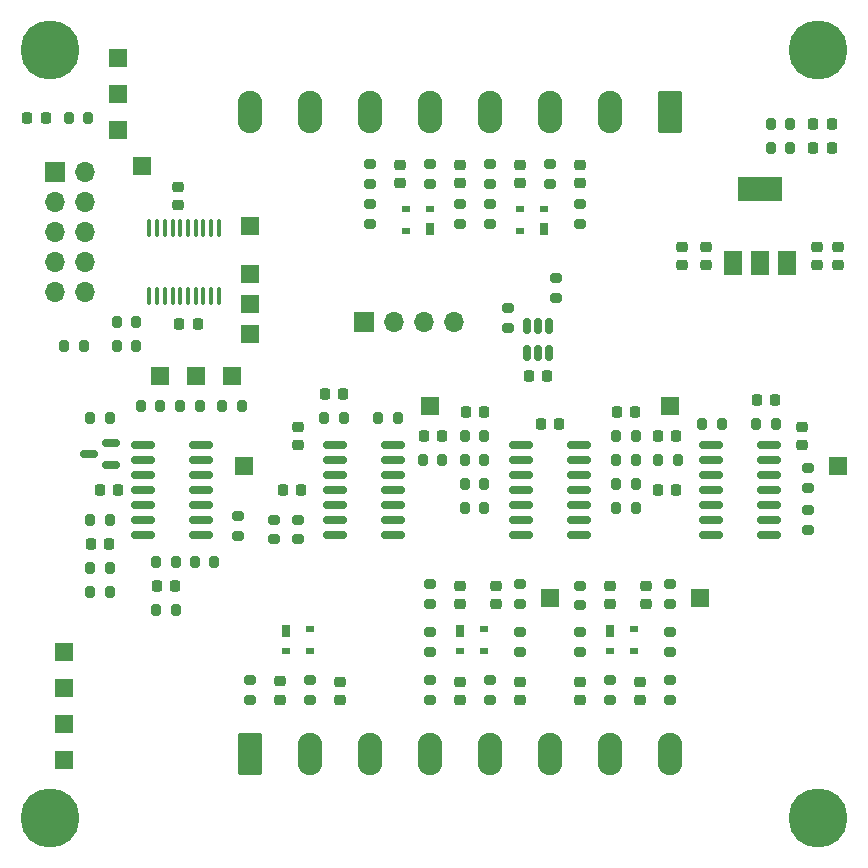
<source format=gbr>
%TF.GenerationSoftware,KiCad,Pcbnew,(6.99.0-4793-g33d76f63b0-dirty)*%
%TF.CreationDate,2022-12-11T21:20:14+01:00*%
%TF.ProjectId,resolver-to-sincos,7265736f-6c76-4657-922d-746f2d73696e,rev?*%
%TF.SameCoordinates,Original*%
%TF.FileFunction,Soldermask,Top*%
%TF.FilePolarity,Negative*%
%FSLAX46Y46*%
G04 Gerber Fmt 4.6, Leading zero omitted, Abs format (unit mm)*
G04 Created by KiCad (PCBNEW (6.99.0-4793-g33d76f63b0-dirty)) date 2022-12-11 21:20:14*
%MOMM*%
%LPD*%
G01*
G04 APERTURE LIST*
G04 Aperture macros list*
%AMRoundRect*
0 Rectangle with rounded corners*
0 $1 Rounding radius*
0 $2 $3 $4 $5 $6 $7 $8 $9 X,Y pos of 4 corners*
0 Add a 4 corners polygon primitive as box body*
4,1,4,$2,$3,$4,$5,$6,$7,$8,$9,$2,$3,0*
0 Add four circle primitives for the rounded corners*
1,1,$1+$1,$2,$3*
1,1,$1+$1,$4,$5*
1,1,$1+$1,$6,$7*
1,1,$1+$1,$8,$9*
0 Add four rect primitives between the rounded corners*
20,1,$1+$1,$2,$3,$4,$5,0*
20,1,$1+$1,$4,$5,$6,$7,0*
20,1,$1+$1,$6,$7,$8,$9,0*
20,1,$1+$1,$8,$9,$2,$3,0*%
G04 Aperture macros list end*
%ADD10RoundRect,0.200000X-0.275000X0.200000X-0.275000X-0.200000X0.275000X-0.200000X0.275000X0.200000X0*%
%ADD11RoundRect,0.200000X0.275000X-0.200000X0.275000X0.200000X-0.275000X0.200000X-0.275000X-0.200000X0*%
%ADD12RoundRect,0.150000X-0.150000X0.512500X-0.150000X-0.512500X0.150000X-0.512500X0.150000X0.512500X0*%
%ADD13RoundRect,0.225000X0.225000X0.250000X-0.225000X0.250000X-0.225000X-0.250000X0.225000X-0.250000X0*%
%ADD14R,1.500000X1.500000*%
%ADD15RoundRect,0.200000X-0.200000X-0.275000X0.200000X-0.275000X0.200000X0.275000X-0.200000X0.275000X0*%
%ADD16R,1.700000X1.700000*%
%ADD17O,1.700000X1.700000*%
%ADD18RoundRect,0.200000X0.200000X0.275000X-0.200000X0.275000X-0.200000X-0.275000X0.200000X-0.275000X0*%
%ADD19RoundRect,0.218750X-0.218750X-0.256250X0.218750X-0.256250X0.218750X0.256250X-0.218750X0.256250X0*%
%ADD20R,1.500000X2.000000*%
%ADD21R,3.800000X2.000000*%
%ADD22RoundRect,0.100000X0.100000X-0.637500X0.100000X0.637500X-0.100000X0.637500X-0.100000X-0.637500X0*%
%ADD23RoundRect,0.218750X0.218750X0.256250X-0.218750X0.256250X-0.218750X-0.256250X0.218750X-0.256250X0*%
%ADD24RoundRect,0.225000X0.250000X-0.225000X0.250000X0.225000X-0.250000X0.225000X-0.250000X-0.225000X0*%
%ADD25RoundRect,0.225000X-0.225000X-0.250000X0.225000X-0.250000X0.225000X0.250000X-0.225000X0.250000X0*%
%ADD26C,5.000000*%
%ADD27RoundRect,0.150000X-0.825000X-0.150000X0.825000X-0.150000X0.825000X0.150000X-0.825000X0.150000X0*%
%ADD28RoundRect,0.150000X0.587500X0.150000X-0.587500X0.150000X-0.587500X-0.150000X0.587500X-0.150000X0*%
%ADD29RoundRect,0.249999X0.790001X1.550001X-0.790001X1.550001X-0.790001X-1.550001X0.790001X-1.550001X0*%
%ADD30O,2.080000X3.600000*%
%ADD31RoundRect,0.249999X-0.790001X-1.550001X0.790001X-1.550001X0.790001X1.550001X-0.790001X1.550001X0*%
%ADD32R,0.700000X1.000000*%
%ADD33R,0.700000X0.600000*%
%ADD34RoundRect,0.225000X-0.250000X0.225000X-0.250000X-0.225000X0.250000X-0.225000X0.250000X0.225000X0*%
G04 APERTURE END LIST*
D10*
%TO.C,R65*%
X147828000Y-124334000D03*
X147828000Y-125984000D03*
%TD*%
D11*
%TO.C,R64*%
X143764000Y-128524000D03*
X143764000Y-126874000D03*
%TD*%
D12*
%TO.C,U6*%
X147254000Y-128402500D03*
X146304000Y-128402500D03*
X145354000Y-128402500D03*
X145354000Y-130677500D03*
X146304000Y-130677500D03*
X147254000Y-130677500D03*
%TD*%
D13*
%TO.C,C35*%
X147079000Y-132588000D03*
X145529000Y-132588000D03*
%TD*%
D14*
%TO.C,TP21*%
X114299999Y-132587999D03*
%TD*%
D15*
%TO.C,R63*%
X112650000Y-135128000D03*
X114300000Y-135128000D03*
%TD*%
D14*
%TO.C,TP20*%
X117347999Y-132587999D03*
%TD*%
%TO.C,TP19*%
X120395999Y-132587999D03*
%TD*%
D15*
%TO.C,R62*%
X116015000Y-135128000D03*
X117665000Y-135128000D03*
%TD*%
%TO.C,R61*%
X119571000Y-135128000D03*
X121221000Y-135128000D03*
%TD*%
D14*
%TO.C,TP18*%
X106171999Y-159003999D03*
%TD*%
%TO.C,TP17*%
X112775999Y-114807999D03*
%TD*%
D16*
%TO.C,J4*%
X131571999Y-128015999D03*
D17*
X134111999Y-128015999D03*
X136651999Y-128015999D03*
X139191999Y-128015999D03*
%TD*%
D14*
%TO.C,TP16*%
X121919999Y-119887999D03*
%TD*%
%TO.C,TP15*%
X121919999Y-123951999D03*
%TD*%
%TO.C,TP14*%
X121919999Y-126491999D03*
%TD*%
%TO.C,TP13*%
X121919999Y-129031999D03*
%TD*%
D18*
%TO.C,R60*%
X108204000Y-110744000D03*
X106554000Y-110744000D03*
%TD*%
D19*
%TO.C,D9*%
X103073000Y-110744000D03*
X104648000Y-110744000D03*
%TD*%
D14*
%TO.C,TP12*%
X110743999Y-111759999D03*
%TD*%
%TO.C,TP11*%
X110743999Y-108711999D03*
%TD*%
%TO.C,TP10*%
X110743999Y-105663999D03*
%TD*%
D16*
%TO.C,J1*%
X105419499Y-115310999D03*
D17*
X107959499Y-115310999D03*
X105419499Y-117850999D03*
X107959499Y-117850999D03*
X105419499Y-120390999D03*
X107959499Y-120390999D03*
X105419499Y-122930999D03*
X107959499Y-122930999D03*
X105419499Y-125470999D03*
X107959499Y-125470999D03*
%TD*%
D15*
%TO.C,R59*%
X108395000Y-150876000D03*
X110045000Y-150876000D03*
%TD*%
D18*
%TO.C,R58*%
X107822000Y-130048000D03*
X106172000Y-130048000D03*
%TD*%
D15*
%TO.C,R57*%
X110618000Y-130048000D03*
X112268000Y-130048000D03*
%TD*%
%TO.C,R56*%
X110618000Y-128016000D03*
X112268000Y-128016000D03*
%TD*%
D20*
%TO.C,U8*%
X162799999Y-123037999D03*
D21*
X165099999Y-116737999D03*
D20*
X165099999Y-123037999D03*
X167399999Y-123037999D03*
%TD*%
D22*
%TO.C,U7*%
X113407000Y-125798500D03*
X114057000Y-125798500D03*
X114707000Y-125798500D03*
X115357000Y-125798500D03*
X116007000Y-125798500D03*
X116657000Y-125798500D03*
X117307000Y-125798500D03*
X117957000Y-125798500D03*
X118607000Y-125798500D03*
X119257000Y-125798500D03*
X119257000Y-120073500D03*
X118607000Y-120073500D03*
X117957000Y-120073500D03*
X117307000Y-120073500D03*
X116657000Y-120073500D03*
X116007000Y-120073500D03*
X115357000Y-120073500D03*
X114707000Y-120073500D03*
X114057000Y-120073500D03*
X113407000Y-120073500D03*
%TD*%
D15*
%TO.C,R55*%
X165990000Y-113284000D03*
X167640000Y-113284000D03*
%TD*%
D23*
%TO.C,D8*%
X171196000Y-113284000D03*
X169621000Y-113284000D03*
%TD*%
D24*
%TO.C,C34*%
X158496000Y-123203000D03*
X158496000Y-121653000D03*
%TD*%
%TO.C,C33*%
X160528000Y-123203000D03*
X160528000Y-121653000D03*
%TD*%
%TO.C,C32*%
X171704000Y-123203000D03*
X171704000Y-121653000D03*
%TD*%
%TO.C,C31*%
X169939000Y-123203000D03*
X169939000Y-121653000D03*
%TD*%
D13*
%TO.C,C30*%
X117488000Y-128156000D03*
X115938000Y-128156000D03*
%TD*%
D24*
%TO.C,C29*%
X115824000Y-118123000D03*
X115824000Y-116573000D03*
%TD*%
D14*
%TO.C,TP9*%
X106171999Y-162051999D03*
%TD*%
%TO.C,TP8*%
X106171999Y-155955999D03*
%TD*%
%TO.C,TP7*%
X106171999Y-165099999D03*
%TD*%
D25*
%TO.C,C11*%
X156464000Y-137668000D03*
X158014000Y-137668000D03*
%TD*%
D26*
%TO.C,H4*%
X105000000Y-105000000D03*
%TD*%
%TO.C,H3*%
X170000000Y-105000000D03*
%TD*%
%TO.C,H2*%
X170000000Y-170000000D03*
%TD*%
%TO.C,H1*%
X105000000Y-170000000D03*
%TD*%
D27*
%TO.C,U5*%
X112841000Y-138430000D03*
X112841000Y-139700000D03*
X112841000Y-140970000D03*
X112841000Y-142240000D03*
X112841000Y-143510000D03*
X112841000Y-144780000D03*
X112841000Y-146050000D03*
X117791000Y-146050000D03*
X117791000Y-144780000D03*
X117791000Y-143510000D03*
X117791000Y-142240000D03*
X117791000Y-140970000D03*
X117791000Y-139700000D03*
X117791000Y-138430000D03*
%TD*%
%TO.C,U4*%
X129097000Y-138430000D03*
X129097000Y-139700000D03*
X129097000Y-140970000D03*
X129097000Y-142240000D03*
X129097000Y-143510000D03*
X129097000Y-144780000D03*
X129097000Y-146050000D03*
X134047000Y-146050000D03*
X134047000Y-144780000D03*
X134047000Y-143510000D03*
X134047000Y-142240000D03*
X134047000Y-140970000D03*
X134047000Y-139700000D03*
X134047000Y-138430000D03*
%TD*%
%TO.C,U2*%
X160910000Y-138430000D03*
X160910000Y-139700000D03*
X160910000Y-140970000D03*
X160910000Y-142240000D03*
X160910000Y-143510000D03*
X160910000Y-144780000D03*
X160910000Y-146050000D03*
X165860000Y-146050000D03*
X165860000Y-144780000D03*
X165860000Y-143510000D03*
X165860000Y-142240000D03*
X165860000Y-140970000D03*
X165860000Y-139700000D03*
X165860000Y-138430000D03*
%TD*%
%TO.C,U3*%
X144845000Y-138430000D03*
X144845000Y-139700000D03*
X144845000Y-140970000D03*
X144845000Y-142240000D03*
X144845000Y-143510000D03*
X144845000Y-144780000D03*
X144845000Y-146050000D03*
X149795000Y-146050000D03*
X149795000Y-144780000D03*
X149795000Y-143510000D03*
X149795000Y-142240000D03*
X149795000Y-140970000D03*
X149795000Y-139700000D03*
X149795000Y-138430000D03*
%TD*%
D28*
%TO.C,U1*%
X110157500Y-140142000D03*
X110157500Y-138242000D03*
X108282500Y-139192000D03*
%TD*%
D14*
%TO.C,TP6*%
X121411999Y-140207999D03*
%TD*%
%TO.C,TP5*%
X137159999Y-135127999D03*
%TD*%
%TO.C,TP4*%
X147319999Y-151383999D03*
%TD*%
%TO.C,TP3*%
X171703999Y-140207999D03*
%TD*%
%TO.C,TP2*%
X157479999Y-135127999D03*
%TD*%
%TO.C,TP1*%
X160019999Y-151383999D03*
%TD*%
D15*
%TO.C,R54*%
X108395000Y-148844000D03*
X110045000Y-148844000D03*
%TD*%
%TO.C,R53*%
X113983000Y-148306000D03*
X115633000Y-148306000D03*
%TD*%
%TO.C,R52*%
X117222000Y-148336000D03*
X118872000Y-148336000D03*
%TD*%
D18*
%TO.C,R51*%
X115633000Y-152400000D03*
X113983000Y-152400000D03*
%TD*%
D15*
%TO.C,R50*%
X108395000Y-144780000D03*
X110045000Y-144780000D03*
%TD*%
D10*
%TO.C,R49*%
X120904000Y-144463000D03*
X120904000Y-146113000D03*
%TD*%
%TO.C,R48*%
X125984000Y-144780000D03*
X125984000Y-146430000D03*
%TD*%
%TO.C,R47*%
X123952000Y-144780000D03*
X123952000Y-146430000D03*
%TD*%
D18*
%TO.C,R46*%
X128207000Y-136144000D03*
X129857000Y-136144000D03*
%TD*%
%TO.C,R45*%
X134429000Y-136144000D03*
X132779000Y-136144000D03*
%TD*%
%TO.C,R44*%
X138176000Y-139700000D03*
X136526000Y-139700000D03*
%TD*%
D15*
%TO.C,R43*%
X140108000Y-137668000D03*
X141758000Y-137668000D03*
%TD*%
D18*
%TO.C,R42*%
X141732000Y-141732000D03*
X140082000Y-141732000D03*
%TD*%
%TO.C,R41*%
X141732000Y-139700000D03*
X140082000Y-139700000D03*
%TD*%
D15*
%TO.C,R40*%
X140082000Y-143764000D03*
X141732000Y-143764000D03*
%TD*%
D11*
%TO.C,R39*%
X144780000Y-151892000D03*
X144780000Y-150242000D03*
%TD*%
D10*
%TO.C,R38*%
X137160000Y-150242000D03*
X137160000Y-151892000D03*
%TD*%
D11*
%TO.C,R37*%
X137160000Y-155956000D03*
X137160000Y-154306000D03*
%TD*%
%TO.C,R36*%
X144780000Y-155956000D03*
X144780000Y-154306000D03*
%TD*%
D10*
%TO.C,R35*%
X169164000Y-143955000D03*
X169164000Y-145605000D03*
%TD*%
%TO.C,R34*%
X169164000Y-140399000D03*
X169164000Y-142049000D03*
%TD*%
D15*
%TO.C,R33*%
X164783000Y-136652000D03*
X166433000Y-136652000D03*
%TD*%
%TO.C,R32*%
X160211000Y-136652000D03*
X161861000Y-136652000D03*
%TD*%
D18*
%TO.C,R31*%
X154558000Y-143764000D03*
X152908000Y-143764000D03*
%TD*%
D15*
%TO.C,R30*%
X156464000Y-139700000D03*
X158114000Y-139700000D03*
%TD*%
D18*
%TO.C,R29*%
X154558000Y-137668000D03*
X152908000Y-137668000D03*
%TD*%
D15*
%TO.C,R28*%
X152908000Y-141732000D03*
X154558000Y-141732000D03*
%TD*%
%TO.C,R27*%
X152908000Y-139700000D03*
X154558000Y-139700000D03*
%TD*%
D10*
%TO.C,R26*%
X149860000Y-150368000D03*
X149860000Y-152018000D03*
%TD*%
D11*
%TO.C,R25*%
X157480000Y-151892000D03*
X157480000Y-150242000D03*
%TD*%
%TO.C,R24*%
X157480000Y-155956000D03*
X157480000Y-154306000D03*
%TD*%
%TO.C,R23*%
X149860000Y-155956000D03*
X149860000Y-154306000D03*
%TD*%
%TO.C,R22*%
X132080000Y-119697000D03*
X132080000Y-118047000D03*
%TD*%
%TO.C,R21*%
X139700000Y-119697000D03*
X139700000Y-118047000D03*
%TD*%
%TO.C,R20*%
X142240000Y-119697000D03*
X142240000Y-118047000D03*
%TD*%
%TO.C,R19*%
X149860000Y-119697000D03*
X149860000Y-118047000D03*
%TD*%
%TO.C,R18*%
X132080000Y-116332000D03*
X132080000Y-114682000D03*
%TD*%
%TO.C,R17*%
X137160000Y-116332000D03*
X137160000Y-114682000D03*
%TD*%
%TO.C,R16*%
X142240000Y-116332000D03*
X142240000Y-114682000D03*
%TD*%
%TO.C,R15*%
X147320000Y-116332000D03*
X147320000Y-114682000D03*
%TD*%
D15*
%TO.C,R14*%
X166027500Y-111252000D03*
X167677500Y-111252000D03*
%TD*%
D11*
%TO.C,R7*%
X127000000Y-160020000D03*
X127000000Y-158370000D03*
%TD*%
%TO.C,R6*%
X121920000Y-160020000D03*
X121920000Y-158370000D03*
%TD*%
%TO.C,R5*%
X157480000Y-160020000D03*
X157480000Y-158370000D03*
%TD*%
%TO.C,R4*%
X152400000Y-160020000D03*
X152400000Y-158370000D03*
%TD*%
%TO.C,R3*%
X142240000Y-160020000D03*
X142240000Y-158370000D03*
%TD*%
%TO.C,R2*%
X137160000Y-160020000D03*
X137160000Y-158370000D03*
%TD*%
D15*
%TO.C,R1*%
X108395000Y-136144000D03*
X110045000Y-136144000D03*
%TD*%
D29*
%TO.C,J3*%
X157480000Y-110236000D03*
D30*
X152399999Y-110235999D03*
X147319999Y-110235999D03*
X142239999Y-110235999D03*
X137159999Y-110235999D03*
X132079999Y-110235999D03*
X126999999Y-110235999D03*
X121919999Y-110235999D03*
%TD*%
D31*
%TO.C,J2*%
X121920000Y-164592000D03*
D30*
X126999999Y-164591999D03*
X132079999Y-164591999D03*
X137159999Y-164591999D03*
X142239999Y-164591999D03*
X147319999Y-164591999D03*
X152399999Y-164591999D03*
X157479999Y-164591999D03*
%TD*%
D23*
%TO.C,D7*%
X169621000Y-111252000D03*
X171196000Y-111252000D03*
%TD*%
D32*
%TO.C,D5*%
X146795999Y-120129999D03*
D33*
X146795999Y-118429999D03*
X144795999Y-118429999D03*
X144795999Y-120329999D03*
%TD*%
D32*
%TO.C,D4*%
X137143999Y-120129999D03*
D33*
X137143999Y-118429999D03*
X135143999Y-118429999D03*
X135143999Y-120329999D03*
%TD*%
D32*
%TO.C,D3*%
X152415999Y-154189999D03*
D33*
X152415999Y-155889999D03*
X154415999Y-155889999D03*
X154415999Y-153989999D03*
%TD*%
D32*
%TO.C,D2*%
X139715999Y-154189999D03*
D33*
X139715999Y-155889999D03*
X141715999Y-155889999D03*
X141715999Y-153989999D03*
%TD*%
D32*
%TO.C,D1*%
X124983999Y-154189999D03*
D33*
X124983999Y-155889999D03*
X126983999Y-155889999D03*
X126983999Y-153989999D03*
%TD*%
D25*
%TO.C,C28*%
X114033000Y-150368000D03*
X115583000Y-150368000D03*
%TD*%
%TO.C,C27*%
X108445000Y-146812000D03*
X109995000Y-146812000D03*
%TD*%
D13*
%TO.C,C26*%
X110744000Y-142240000D03*
X109194000Y-142240000D03*
%TD*%
%TO.C,C25*%
X126251000Y-142240000D03*
X124701000Y-142240000D03*
%TD*%
%TO.C,C24*%
X157988000Y-142240000D03*
X156438000Y-142240000D03*
%TD*%
%TO.C,C23*%
X148095000Y-136652000D03*
X146545000Y-136652000D03*
%TD*%
%TO.C,C22*%
X129807000Y-134112000D03*
X128257000Y-134112000D03*
%TD*%
D24*
%TO.C,C21*%
X125984000Y-138443000D03*
X125984000Y-136893000D03*
%TD*%
D25*
%TO.C,C20*%
X140208000Y-135636000D03*
X141758000Y-135636000D03*
%TD*%
D13*
%TO.C,C19*%
X138176000Y-137668000D03*
X136626000Y-137668000D03*
%TD*%
D24*
%TO.C,C18*%
X139700000Y-151892000D03*
X139700000Y-150342000D03*
%TD*%
%TO.C,C17*%
X142748000Y-151892000D03*
X142748000Y-150342000D03*
%TD*%
%TO.C,C16*%
X168656000Y-138443000D03*
X168656000Y-136893000D03*
%TD*%
D25*
%TO.C,C15*%
X164833000Y-134620000D03*
X166383000Y-134620000D03*
%TD*%
D24*
%TO.C,C14*%
X152400000Y-151892000D03*
X152400000Y-150342000D03*
%TD*%
%TO.C,C13*%
X155448000Y-151892000D03*
X155448000Y-150342000D03*
%TD*%
D13*
%TO.C,C12*%
X154508000Y-135636000D03*
X152958000Y-135636000D03*
%TD*%
D24*
%TO.C,C10*%
X134620000Y-116282000D03*
X134620000Y-114732000D03*
%TD*%
%TO.C,C9*%
X139700000Y-116282000D03*
X139700000Y-114732000D03*
%TD*%
%TO.C,C8*%
X144780000Y-116282000D03*
X144780000Y-114732000D03*
%TD*%
%TO.C,C7*%
X149860000Y-116282000D03*
X149860000Y-114732000D03*
%TD*%
D34*
%TO.C,C6*%
X154940000Y-158470000D03*
X154940000Y-160020000D03*
%TD*%
%TO.C,C5*%
X149860000Y-158470000D03*
X149860000Y-160020000D03*
%TD*%
%TO.C,C4*%
X144780000Y-158470000D03*
X144780000Y-160020000D03*
%TD*%
%TO.C,C3*%
X139700000Y-158470000D03*
X139700000Y-160020000D03*
%TD*%
%TO.C,C2*%
X129540000Y-158470000D03*
X129540000Y-160020000D03*
%TD*%
%TO.C,C1*%
X124460000Y-158450000D03*
X124460000Y-160000000D03*
%TD*%
M02*

</source>
